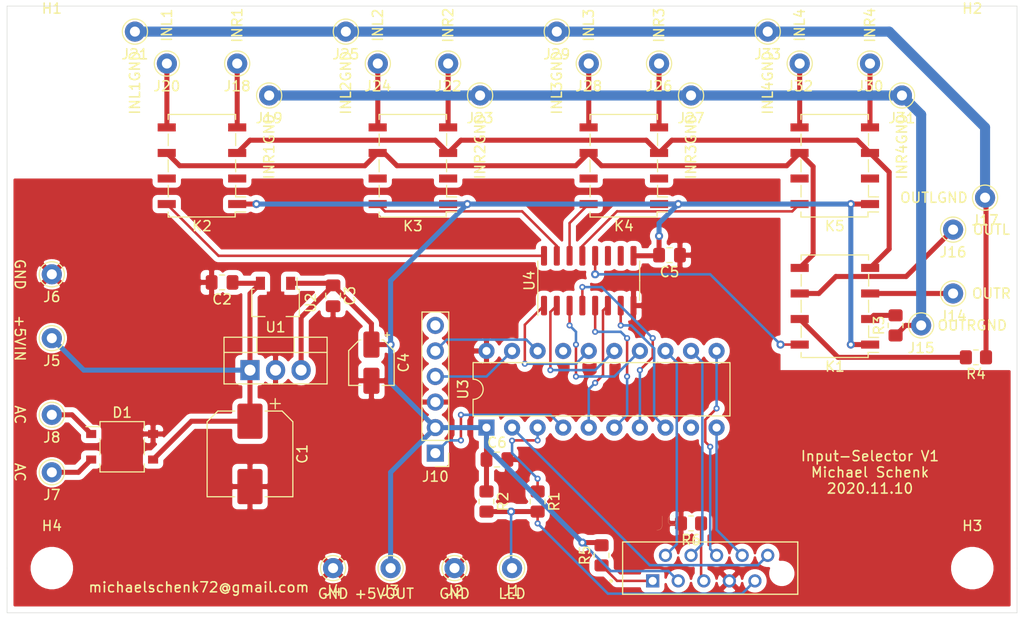
<source format=kicad_pcb>
(kicad_pcb (version 20171130) (host pcbnew "(5.1.7-0-10_14)")
  (layers (0 F.Cu signal) (31 B.Cu signal) (34 B.Paste user) (35 F.Paste user) (36 B.SilkS user) (37 F.SilkS user) (38 B.Mask user) (39 F.Mask user) (44 Edge.Cuts user))
  (net 0 "")
  (net 1 GND)
  (net 2 "Net-(C1-Pad1)")
  (net 3 +5V)
  (net 4 "Net-(D1-Pad2)")
  (net 5 "Net-(D1-Pad1)")
  (net 6 "Net-(J1-Pad1)")
  (net 7 "Net-(J9-Pad10)")
  (net 8 "Net-(J9-Pad8)")
  (net 9 "Net-(J9-Pad6)")
  (net 10 "Net-(J9-Pad5)")
  (net 11 "Net-(J9-Pad4)")
  (net 12 "Net-(J9-Pad2)")
  (net 13 "Net-(J9-Pad1)")
  (net 14 "Net-(J10-Pad5)")
  (net 15 "Net-(J10-Pad4)")
  (net 16 "Net-(J10-Pad1)")
  (net 17 "Net-(J14-Pad1)")
  (net 18 "Net-(J15-Pad1)")
  (net 19 "Net-(J16-Pad1)")
  (net 20 "Net-(J17-Pad1)")
  (net 21 "Net-(J18-Pad1)")
  (net 22 "Net-(J20-Pad1)")
  (net 23 "Net-(J22-Pad1)")
  (net 24 "Net-(J24-Pad1)")
  (net 25 "Net-(J26-Pad1)")
  (net 26 "Net-(J28-Pad1)")
  (net 27 "Net-(J30-Pad1)")
  (net 28 "Net-(J32-Pad1)")
  (net 29 "Net-(K1-Pad2)")
  (net 30 "Net-(K1-Pad4)")
  (net 31 "Net-(K1-Pad5)")
  (net 32 "Net-(K1-Pad7)")
  (net 33 "Net-(K1-Pad8)")
  (net 34 "Net-(K2-Pad8)")
  (net 35 "Net-(K3-Pad8)")
  (net 36 "Net-(K4-Pad8)")
  (net 37 "Net-(K5-Pad8)")
  (net 38 "Net-(R1-Pad1)")
  (net 39 "Net-(U3-Pad8)")
  (net 40 "Net-(U3-Pad7)")
  (net 41 "Net-(U3-Pad16)")
  (net 42 "Net-(U3-Pad6)")
  (net 43 "Net-(U3-Pad15)")
  (net 44 "Net-(U3-Pad5)")
  (net 45 "Net-(U3-Pad14)")
  (module Package_SO:SOIC-16_3.9x9.9mm_P1.27mm (layer F.Cu) (at 172.085 75.565 90)
    (fp_text reference U4 (at 0 -5.9 90) (layer F.SilkS))
    (fp_text value ULN2003A)
    (pad 16 smd roundrect (at 2.475 -4.445 90) (size 1.95 0.6) (layers F.Cu F.Paste F.Mask) (net 34 "Net-(K2-Pad8)"))
    (pad 15 smd roundrect (at 2.475 -3.175 90) (size 1.95 0.6) (layers F.Cu F.Paste F.Mask) (net 35 "Net-(K3-Pad8)"))
    (pad 14 smd roundrect (at 2.475 -1.905 90) (size 1.95 0.6) (layers F.Cu F.Paste F.Mask) (net 36 "Net-(K4-Pad8)"))
    (pad 13 smd roundrect (at 2.475 -0.635 90) (size 1.95 0.6) (layers F.Cu F.Paste F.Mask) (net 37 "Net-(K5-Pad8)"))
    (pad 12 smd roundrect (at 2.475 0.635 90) (size 1.95 0.6) (layers F.Cu F.Paste F.Mask) (net 33 "Net-(K1-Pad8)"))
    (pad 11 smd roundrect (at 2.475 1.905 90) (size 1.95 0.6) (layers F.Cu F.Paste F.Mask))
    (pad 10 smd roundrect (at 2.475 3.175 90) (size 1.95 0.6) (layers F.Cu F.Paste F.Mask))
    (pad 9 smd roundrect (at 2.475 4.445 90) (size 1.95 0.6) (layers F.Cu F.Paste F.Mask) (net 3 +5V))
    (pad 8 smd roundrect (at -2.475 4.445 90) (size 1.95 0.6) (layers F.Cu F.Paste F.Mask) (net 1 GND))
    (pad 7 smd roundrect (at -2.475 3.175 90) (size 1.95 0.6) (layers F.Cu F.Paste F.Mask) (net 39 "Net-(U3-Pad8)"))
    (pad 6 smd roundrect (at -2.475 1.905 90) (size 1.95 0.6) (layers F.Cu F.Paste F.Mask) (net 44 "Net-(U3-Pad5)"))
    (pad 5 smd roundrect (at -2.475 0.635 90) (size 1.95 0.6) (layers F.Cu F.Paste F.Mask) (net 42 "Net-(U3-Pad6)"))
    (pad 4 smd roundrect (at -2.475 -0.635 90) (size 1.95 0.6) (layers F.Cu F.Paste F.Mask) (net 40 "Net-(U3-Pad7)"))
    (pad 3 smd roundrect (at -2.475 -1.905 90) (size 1.95 0.6) (layers F.Cu F.Paste F.Mask) (net 45 "Net-(U3-Pad14)"))
    (pad 2 smd roundrect (at -2.475 -3.175 90) (size 1.95 0.6) (layers F.Cu F.Paste F.Mask) (net 43 "Net-(U3-Pad15)"))
    (pad 1 smd roundrect (at -2.475 -4.445 90) (size 1.95 0.6) (layers F.Cu F.Paste F.Mask) (net 41 "Net-(U3-Pad16)"))
  )
  (module Package_DIP:DIP-20_W7.62mm (layer F.Cu) (at 161.925 90.17 90)
    (fp_text reference U3 (at 3.81 -2.33 90) (layer F.SilkS))
    (fp_text value PIC16F1829-IP)
    (pad 20 thru_hole oval (at 7.62 0 90) (size 1.6 1.6) (drill 0.8) (layers *.Cu *.Mask) (net 1 GND))
    (pad 10 thru_hole oval (at 0 22.86 90) (size 1.6 1.6) (drill 0.8) (layers *.Cu *.Mask) (net 8 "Net-(J9-Pad8)"))
    (pad 19 thru_hole oval (at 7.62 2.54 90) (size 1.6 1.6) (drill 0.8) (layers *.Cu *.Mask) (net 15 "Net-(J10-Pad4)"))
    (pad 9 thru_hole oval (at 0 20.32 90) (size 1.6 1.6) (drill 0.8) (layers *.Cu *.Mask))
    (pad 18 thru_hole oval (at 7.62 5.08 90) (size 1.6 1.6) (drill 0.8) (layers *.Cu *.Mask) (net 14 "Net-(J10-Pad5)"))
    (pad 8 thru_hole oval (at 0 17.78 90) (size 1.6 1.6) (drill 0.8) (layers *.Cu *.Mask) (net 39 "Net-(U3-Pad8)"))
    (pad 17 thru_hole oval (at 7.62 7.62 90) (size 1.6 1.6) (drill 0.8) (layers *.Cu *.Mask))
    (pad 7 thru_hole oval (at 0 15.24 90) (size 1.6 1.6) (drill 0.8) (layers *.Cu *.Mask) (net 40 "Net-(U3-Pad7)"))
    (pad 16 thru_hole oval (at 7.62 10.16 90) (size 1.6 1.6) (drill 0.8) (layers *.Cu *.Mask) (net 41 "Net-(U3-Pad16)"))
    (pad 6 thru_hole oval (at 0 12.7 90) (size 1.6 1.6) (drill 0.8) (layers *.Cu *.Mask) (net 42 "Net-(U3-Pad6)"))
    (pad 15 thru_hole oval (at 7.62 12.7 90) (size 1.6 1.6) (drill 0.8) (layers *.Cu *.Mask) (net 43 "Net-(U3-Pad15)"))
    (pad 5 thru_hole oval (at 0 10.16 90) (size 1.6 1.6) (drill 0.8) (layers *.Cu *.Mask) (net 44 "Net-(U3-Pad5)"))
    (pad 14 thru_hole oval (at 7.62 15.24 90) (size 1.6 1.6) (drill 0.8) (layers *.Cu *.Mask) (net 45 "Net-(U3-Pad14)"))
    (pad 4 thru_hole oval (at 0 7.62 90) (size 1.6 1.6) (drill 0.8) (layers *.Cu *.Mask) (net 16 "Net-(J10-Pad1)"))
    (pad 13 thru_hole oval (at 7.62 17.78 90) (size 1.6 1.6) (drill 0.8) (layers *.Cu *.Mask) (net 12 "Net-(J9-Pad2)"))
    (pad 3 thru_hole oval (at 0 5.08 90) (size 1.6 1.6) (drill 0.8) (layers *.Cu *.Mask) (net 38 "Net-(R1-Pad1)"))
    (pad 12 thru_hole oval (at 7.62 20.32 90) (size 1.6 1.6) (drill 0.8) (layers *.Cu *.Mask) (net 11 "Net-(J9-Pad4)"))
    (pad 2 thru_hole oval (at 0 2.54 90) (size 1.6 1.6) (drill 0.8) (layers *.Cu *.Mask) (net 7 "Net-(J9-Pad10)"))
    (pad 11 thru_hole oval (at 7.62 22.86 90) (size 1.6 1.6) (drill 0.8) (layers *.Cu *.Mask) (net 9 "Net-(J9-Pad6)"))
    (pad 1 thru_hole rect (at 0 0 90) (size 1.6 1.6) (drill 0.8) (layers *.Cu *.Mask) (net 3 +5V))
  )
  (module Package_TO_SOT_SMD:SOT-89-3 (layer F.Cu) (at 140.97 77.47 270)
    (fp_text reference U2 (at 0.3 -3.5 90) (layer F.SilkS))
    (fp_text value L78L05_SOT89)
    (pad 2 smd custom (at -1.5625 0 270) (size 1.475 0.9) (layers F.Cu F.Paste F.Mask) (net 1 GND) (options (clearance outline) (anchor rect)) (primitives (gr_poly (pts (xy 0.7375 -0.8665) (xy 3.8625 -0.8665) (xy 3.8625 0.8665) (xy 0.7375 0.8665)) (width 0))))
    (pad 3 smd rect (at -1.65 1.5 270) (size 1.3 0.9) (layers F.Cu F.Paste F.Mask) (net 2 "Net-(C1-Pad1)"))
    (pad 1 smd rect (at -1.65 -1.5 270) (size 1.3 0.9) (layers F.Cu F.Paste F.Mask) (net 3 +5V))
  )
  (module Package_TO_SOT_THT:TO-220-3_Vertical (layer F.Cu) (at 138.43 84.455)
    (fp_text reference U1 (at 2.54 -4.27) (layer F.SilkS))
    (fp_text value L7805)
    (pad 3 thru_hole oval (at 5.08 0) (size 1.905 2) (drill 1.1) (layers *.Cu *.Mask) (net 3 +5V))
    (pad 2 thru_hole oval (at 2.54 0) (size 1.905 2) (drill 1.1) (layers *.Cu *.Mask) (net 1 GND))
    (pad 1 thru_hole rect (at 0 0) (size 1.905 2) (drill 1.1) (layers *.Cu *.Mask) (net 2 "Net-(C1-Pad1)"))
  )
  (module Resistor_SMD:R_0805_2012Metric_Pad1.20x1.40mm_HandSolder (layer F.Cu) (at 182.245 99.695 180)
    (fp_text reference R6 (at 0 -1.65) (layer F.SilkS))
    (fp_text value 4.7k)
    (pad 2 smd roundrect (at 1 0 180) (size 1.2 1.4) (layers F.Cu F.Paste F.Mask) (roundrect_rratio 0.2083325) (net 1 GND))
    (pad 1 smd roundrect (at -1 0 180) (size 1.2 1.4) (layers F.Cu F.Paste F.Mask) (roundrect_rratio 0.2083325) (net 10 "Net-(J9-Pad5)"))
  )
  (module Resistor_SMD:R_0805_2012Metric_Pad1.20x1.40mm_HandSolder (layer F.Cu) (at 173.355 102.87 90)
    (fp_text reference R5 (at 0 -1.65 90) (layer F.SilkS))
    (fp_text value 4.7k)
    (pad 2 smd roundrect (at 1 0 90) (size 1.2 1.4) (layers F.Cu F.Paste F.Mask) (roundrect_rratio 0.2083325) (net 3 +5V))
    (pad 1 smd roundrect (at -1 0 90) (size 1.2 1.4) (layers F.Cu F.Paste F.Mask) (roundrect_rratio 0.2083325) (net 13 "Net-(J9-Pad1)"))
  )
  (module Resistor_SMD:R_0805_2012Metric_Pad1.20x1.40mm_HandSolder (layer F.Cu) (at 210.55 83.185 180)
    (fp_text reference R4 (at 0 -1.65) (layer F.SilkS))
    (fp_text value 47k)
    (pad 2 smd roundrect (at 1 0 180) (size 1.2 1.4) (layers F.Cu F.Paste F.Mask) (roundrect_rratio 0.2083325) (net 32 "Net-(K1-Pad7)"))
    (pad 1 smd roundrect (at -1 0 180) (size 1.2 1.4) (layers F.Cu F.Paste F.Mask) (roundrect_rratio 0.2083325) (net 20 "Net-(J17-Pad1)"))
  )
  (module Resistor_SMD:R_0805_2012Metric_Pad1.20x1.40mm_HandSolder (layer F.Cu) (at 202.565 80.01 90)
    (fp_text reference R3 (at 0 -1.65 90) (layer F.SilkS))
    (fp_text value 47k)
    (pad 2 smd roundrect (at 1 0 90) (size 1.2 1.4) (layers F.Cu F.Paste F.Mask) (roundrect_rratio 0.2083325) (net 29 "Net-(K1-Pad2)"))
    (pad 1 smd roundrect (at -1 0 90) (size 1.2 1.4) (layers F.Cu F.Paste F.Mask) (roundrect_rratio 0.2083325) (net 18 "Net-(J15-Pad1)"))
  )
  (module Resistor_SMD:R_0805_2012Metric_Pad1.20x1.40mm_HandSolder (layer F.Cu) (at 161.925 97.52 270)
    (fp_text reference R2 (at 0 -1.65 90) (layer F.SilkS))
    (fp_text value 330R)
    (pad 2 smd roundrect (at 1 0 270) (size 1.2 1.4) (layers F.Cu F.Paste F.Mask) (roundrect_rratio 0.2083325) (net 6 "Net-(J1-Pad1)"))
    (pad 1 smd roundrect (at -1 0 270) (size 1.2 1.4) (layers F.Cu F.Paste F.Mask) (roundrect_rratio 0.2083325) (net 3 +5V))
  )
  (module Resistor_SMD:R_0805_2012Metric_Pad1.20x1.40mm_HandSolder (layer F.Cu) (at 167.005 97.52 270)
    (fp_text reference R1 (at 0 -1.65 90) (layer F.SilkS))
    (fp_text value 330R)
    (pad 2 smd roundrect (at 1 0 270) (size 1.2 1.4) (layers F.Cu F.Paste F.Mask) (roundrect_rratio 0.2083325) (net 6 "Net-(J1-Pad1)"))
    (pad 1 smd roundrect (at -1 0 270) (size 1.2 1.4) (layers F.Cu F.Paste F.Mask) (roundrect_rratio 0.2083325) (net 38 "Net-(R1-Pad1)"))
  )
  (module Relay_SMD:Relay_DPDT_Omron_G6K-2F (layer F.Cu) (at 196.525 64.135 180)
    (fp_text reference K5 (at 0 -6) (layer F.SilkS))
    (fp_text value G6K-2)
    (pad 1 smd rect (at -3.5 -3.81 180) (size 1.8 0.8) (layers F.Cu F.Paste F.Mask) (net 3 +5V))
    (pad 2 smd rect (at -3.5 -1.27 180) (size 1.8 0.8) (layers F.Cu F.Paste F.Mask))
    (pad 3 smd rect (at -3.5 1.27 180) (size 1.8 0.8) (layers F.Cu F.Paste F.Mask) (net 30 "Net-(K1-Pad4)"))
    (pad 4 smd rect (at -3.5 3.81 180) (size 1.8 0.8) (layers F.Cu F.Paste F.Mask) (net 27 "Net-(J30-Pad1)"))
    (pad 5 smd rect (at 3.5 3.81 180) (size 1.8 0.8) (layers F.Cu F.Paste F.Mask) (net 28 "Net-(J32-Pad1)"))
    (pad 6 smd rect (at 3.5 1.27 180) (size 1.8 0.8) (layers F.Cu F.Paste F.Mask) (net 31 "Net-(K1-Pad5)"))
    (pad 7 smd rect (at 3.5 -1.27 180) (size 1.8 0.8) (layers F.Cu F.Paste F.Mask))
    (pad 8 smd rect (at 3.5 -3.81 180) (size 1.8 0.8) (layers F.Cu F.Paste F.Mask) (net 37 "Net-(K5-Pad8)"))
  )
  (module Relay_SMD:Relay_DPDT_Omron_G6K-2F (layer F.Cu) (at 175.57 64.135 180)
    (fp_text reference K4 (at 0 -6) (layer F.SilkS))
    (fp_text value G6K-2)
    (pad 1 smd rect (at -3.5 -3.81 180) (size 1.8 0.8) (layers F.Cu F.Paste F.Mask) (net 3 +5V))
    (pad 2 smd rect (at -3.5 -1.27 180) (size 1.8 0.8) (layers F.Cu F.Paste F.Mask))
    (pad 3 smd rect (at -3.5 1.27 180) (size 1.8 0.8) (layers F.Cu F.Paste F.Mask) (net 30 "Net-(K1-Pad4)"))
    (pad 4 smd rect (at -3.5 3.81 180) (size 1.8 0.8) (layers F.Cu F.Paste F.Mask) (net 25 "Net-(J26-Pad1)"))
    (pad 5 smd rect (at 3.5 3.81 180) (size 1.8 0.8) (layers F.Cu F.Paste F.Mask) (net 26 "Net-(J28-Pad1)"))
    (pad 6 smd rect (at 3.5 1.27 180) (size 1.8 0.8) (layers F.Cu F.Paste F.Mask) (net 31 "Net-(K1-Pad5)"))
    (pad 7 smd rect (at 3.5 -1.27 180) (size 1.8 0.8) (layers F.Cu F.Paste F.Mask))
    (pad 8 smd rect (at 3.5 -3.81 180) (size 1.8 0.8) (layers F.Cu F.Paste F.Mask) (net 36 "Net-(K4-Pad8)"))
  )
  (module Relay_SMD:Relay_DPDT_Omron_G6K-2F (layer F.Cu) (at 154.615 64.135 180)
    (fp_text reference K3 (at 0 -6) (layer F.SilkS))
    (fp_text value G6K-2)
    (pad 1 smd rect (at -3.5 -3.81 180) (size 1.8 0.8) (layers F.Cu F.Paste F.Mask) (net 3 +5V))
    (pad 2 smd rect (at -3.5 -1.27 180) (size 1.8 0.8) (layers F.Cu F.Paste F.Mask))
    (pad 3 smd rect (at -3.5 1.27 180) (size 1.8 0.8) (layers F.Cu F.Paste F.Mask) (net 30 "Net-(K1-Pad4)"))
    (pad 4 smd rect (at -3.5 3.81 180) (size 1.8 0.8) (layers F.Cu F.Paste F.Mask) (net 23 "Net-(J22-Pad1)"))
    (pad 5 smd rect (at 3.5 3.81 180) (size 1.8 0.8) (layers F.Cu F.Paste F.Mask) (net 24 "Net-(J24-Pad1)"))
    (pad 6 smd rect (at 3.5 1.27 180) (size 1.8 0.8) (layers F.Cu F.Paste F.Mask) (net 31 "Net-(K1-Pad5)"))
    (pad 7 smd rect (at 3.5 -1.27 180) (size 1.8 0.8) (layers F.Cu F.Paste F.Mask))
    (pad 8 smd rect (at 3.5 -3.81 180) (size 1.8 0.8) (layers F.Cu F.Paste F.Mask) (net 35 "Net-(K3-Pad8)"))
  )
  (module Relay_SMD:Relay_DPDT_Omron_G6K-2F (layer F.Cu) (at 133.66 64.135 180)
    (fp_text reference K2 (at 0 -6) (layer F.SilkS))
    (fp_text value G6K-2)
    (pad 1 smd rect (at -3.5 -3.81 180) (size 1.8 0.8) (layers F.Cu F.Paste F.Mask) (net 3 +5V))
    (pad 2 smd rect (at -3.5 -1.27 180) (size 1.8 0.8) (layers F.Cu F.Paste F.Mask))
    (pad 3 smd rect (at -3.5 1.27 180) (size 1.8 0.8) (layers F.Cu F.Paste F.Mask) (net 30 "Net-(K1-Pad4)"))
    (pad 4 smd rect (at -3.5 3.81 180) (size 1.8 0.8) (layers F.Cu F.Paste F.Mask) (net 21 "Net-(J18-Pad1)"))
    (pad 5 smd rect (at 3.5 3.81 180) (size 1.8 0.8) (layers F.Cu F.Paste F.Mask) (net 22 "Net-(J20-Pad1)"))
    (pad 6 smd rect (at 3.5 1.27 180) (size 1.8 0.8) (layers F.Cu F.Paste F.Mask) (net 31 "Net-(K1-Pad5)"))
    (pad 7 smd rect (at 3.5 -1.27 180) (size 1.8 0.8) (layers F.Cu F.Paste F.Mask))
    (pad 8 smd rect (at 3.5 -3.81 180) (size 1.8 0.8) (layers F.Cu F.Paste F.Mask) (net 34 "Net-(K2-Pad8)"))
  )
  (module Relay_SMD:Relay_DPDT_Omron_G6K-2F (layer F.Cu) (at 196.54 78.105 180)
    (fp_text reference K1 (at 0 -6) (layer F.SilkS))
    (fp_text value G6K-2)
    (pad 1 smd rect (at -3.5 -3.81 180) (size 1.8 0.8) (layers F.Cu F.Paste F.Mask) (net 3 +5V))
    (pad 2 smd rect (at -3.5 -1.27 180) (size 1.8 0.8) (layers F.Cu F.Paste F.Mask) (net 29 "Net-(K1-Pad2)"))
    (pad 3 smd rect (at -3.5 1.27 180) (size 1.8 0.8) (layers F.Cu F.Paste F.Mask) (net 17 "Net-(J14-Pad1)"))
    (pad 4 smd rect (at -3.5 3.81 180) (size 1.8 0.8) (layers F.Cu F.Paste F.Mask) (net 30 "Net-(K1-Pad4)"))
    (pad 5 smd rect (at 3.5 3.81 180) (size 1.8 0.8) (layers F.Cu F.Paste F.Mask) (net 31 "Net-(K1-Pad5)"))
    (pad 6 smd rect (at 3.5 1.27 180) (size 1.8 0.8) (layers F.Cu F.Paste F.Mask) (net 19 "Net-(J16-Pad1)"))
    (pad 7 smd rect (at 3.5 -1.27 180) (size 1.8 0.8) (layers F.Cu F.Paste F.Mask) (net 32 "Net-(K1-Pad7)"))
    (pad 8 smd rect (at 3.5 -3.81 180) (size 1.8 0.8) (layers F.Cu F.Paste F.Mask) (net 33 "Net-(K1-Pad8)"))
  )
  (module Connector_Pin:Pin_D1.0mm_L10.0mm (layer F.Cu) (at 189.865 50.8)
    (fp_text reference J33 (at 0 2.25) (layer F.SilkS))
    (fp_text value IN_GNDL4)
    (pad 1 thru_hole circle (at 0 0) (size 2 2) (drill 1) (layers *.Cu *.Mask) (net 20 "Net-(J17-Pad1)"))
  )
  (module Connector_Pin:Pin_D1.0mm_L10.0mm (layer F.Cu) (at 193.04 53.975)
    (fp_text reference J32 (at 0 2.25) (layer F.SilkS))
    (fp_text value IN_L4)
    (pad 1 thru_hole circle (at 0 0) (size 2 2) (drill 1) (layers *.Cu *.Mask) (net 28 "Net-(J32-Pad1)"))
  )
  (module Connector_Pin:Pin_D1.0mm_L10.0mm (layer F.Cu) (at 203.2 57.15)
    (fp_text reference J31 (at 0 2.25) (layer F.SilkS))
    (fp_text value IN_GNDR4)
    (pad 1 thru_hole circle (at 0 0) (size 2 2) (drill 1) (layers *.Cu *.Mask) (net 18 "Net-(J15-Pad1)"))
  )
  (module Connector_Pin:Pin_D1.0mm_L10.0mm (layer F.Cu) (at 200.025 53.975)
    (fp_text reference J30 (at 0 2.25) (layer F.SilkS))
    (fp_text value IN_R4)
    (pad 1 thru_hole circle (at 0 0) (size 2 2) (drill 1) (layers *.Cu *.Mask) (net 27 "Net-(J30-Pad1)"))
  )
  (module Connector_Pin:Pin_D1.0mm_L10.0mm (layer F.Cu) (at 168.91 50.8)
    (fp_text reference J29 (at 0 2.25) (layer F.SilkS))
    (fp_text value IN_GNDL3)
    (pad 1 thru_hole circle (at 0 0) (size 2 2) (drill 1) (layers *.Cu *.Mask) (net 20 "Net-(J17-Pad1)"))
  )
  (module Connector_Pin:Pin_D1.0mm_L10.0mm (layer F.Cu) (at 172.085 53.975)
    (fp_text reference J28 (at 0 2.25) (layer F.SilkS))
    (fp_text value IN_L3)
    (pad 1 thru_hole circle (at 0 0) (size 2 2) (drill 1) (layers *.Cu *.Mask) (net 26 "Net-(J28-Pad1)"))
  )
  (module Connector_Pin:Pin_D1.0mm_L10.0mm (layer F.Cu) (at 182.245 57.15)
    (fp_text reference J27 (at 0 2.25) (layer F.SilkS))
    (fp_text value IN_GNDR3)
    (pad 1 thru_hole circle (at 0 0) (size 2 2) (drill 1) (layers *.Cu *.Mask) (net 18 "Net-(J15-Pad1)"))
  )
  (module Connector_Pin:Pin_D1.0mm_L10.0mm (layer F.Cu) (at 179.07 53.975)
    (fp_text reference J26 (at 0 2.25) (layer F.SilkS))
    (fp_text value IN_R3)
    (pad 1 thru_hole circle (at 0 0) (size 2 2) (drill 1) (layers *.Cu *.Mask) (net 25 "Net-(J26-Pad1)"))
  )
  (module Connector_Pin:Pin_D1.0mm_L10.0mm (layer F.Cu) (at 147.955 50.8)
    (fp_text reference J25 (at 0 2.25) (layer F.SilkS))
    (fp_text value IN_GNDL2)
    (pad 1 thru_hole circle (at 0 0) (size 2 2) (drill 1) (layers *.Cu *.Mask) (net 20 "Net-(J17-Pad1)"))
  )
  (module Connector_Pin:Pin_D1.0mm_L10.0mm (layer F.Cu) (at 151.13 53.975)
    (fp_text reference J24 (at 0 2.25) (layer F.SilkS))
    (fp_text value IN_L2)
    (pad 1 thru_hole circle (at 0 0) (size 2 2) (drill 1) (layers *.Cu *.Mask) (net 24 "Net-(J24-Pad1)"))
  )
  (module Connector_Pin:Pin_D1.0mm_L10.0mm (layer F.Cu) (at 161.29 57.15)
    (fp_text reference J23 (at 0 2.25) (layer F.SilkS))
    (fp_text value IN_GNDR2)
    (pad 1 thru_hole circle (at 0 0) (size 2 2) (drill 1) (layers *.Cu *.Mask) (net 18 "Net-(J15-Pad1)"))
  )
  (module Connector_Pin:Pin_D1.0mm_L10.0mm (layer F.Cu) (at 158.115 53.975)
    (fp_text reference J22 (at 0 2.25) (layer F.SilkS))
    (fp_text value IN_R2)
    (pad 1 thru_hole circle (at 0 0) (size 2 2) (drill 1) (layers *.Cu *.Mask) (net 23 "Net-(J22-Pad1)"))
  )
  (module Connector_Pin:Pin_D1.0mm_L10.0mm (layer F.Cu) (at 127 50.8)
    (fp_text reference J21 (at 0 2.25) (layer F.SilkS))
    (fp_text value IN_GNDL1)
    (pad 1 thru_hole circle (at 0 0) (size 2 2) (drill 1) (layers *.Cu *.Mask) (net 20 "Net-(J17-Pad1)"))
  )
  (module Connector_Pin:Pin_D1.0mm_L10.0mm (layer F.Cu) (at 130.175 53.975)
    (fp_text reference J20 (at 0 2.25) (layer F.SilkS))
    (fp_text value IN_L1)
    (pad 1 thru_hole circle (at 0 0) (size 2 2) (drill 1) (layers *.Cu *.Mask) (net 22 "Net-(J20-Pad1)"))
  )
  (module Connector_Pin:Pin_D1.0mm_L10.0mm (layer F.Cu) (at 140.335 57.15)
    (fp_text reference J19 (at 0 2.25) (layer F.SilkS))
    (fp_text value IN_GNDR1)
    (pad 1 thru_hole circle (at 0 0) (size 2 2) (drill 1) (layers *.Cu *.Mask) (net 18 "Net-(J15-Pad1)"))
  )
  (module Connector_Pin:Pin_D1.0mm_L10.0mm (layer F.Cu) (at 137.16 53.975)
    (fp_text reference J18 (at 0 2.25) (layer F.SilkS))
    (fp_text value IN_R1)
    (pad 1 thru_hole circle (at 0 0) (size 2 2) (drill 1) (layers *.Cu *.Mask) (net 21 "Net-(J18-Pad1)"))
  )
  (module Connector_Pin:Pin_D1.0mm_L10.0mm (layer F.Cu) (at 211.455 67.31)
    (fp_text reference J17 (at 0 2.25) (layer F.SilkS))
    (fp_text value OUT_GNDL)
    (pad 1 thru_hole circle (at 0 0) (size 2 2) (drill 1) (layers *.Cu *.Mask) (net 20 "Net-(J17-Pad1)"))
  )
  (module Connector_Pin:Pin_D1.0mm_L10.0mm (layer F.Cu) (at 208.28 70.485)
    (fp_text reference J16 (at 0 2.25) (layer F.SilkS))
    (fp_text value OUT_L)
    (pad 1 thru_hole circle (at 0 0) (size 2 2) (drill 1) (layers *.Cu *.Mask) (net 19 "Net-(J16-Pad1)"))
  )
  (module Connector_Pin:Pin_D1.0mm_L10.0mm (layer F.Cu) (at 205.105 80.01)
    (fp_text reference J15 (at 0 2.25) (layer F.SilkS))
    (fp_text value OUT_GNDR)
    (pad 1 thru_hole circle (at 0 0) (size 2 2) (drill 1) (layers *.Cu *.Mask) (net 18 "Net-(J15-Pad1)"))
  )
  (module Connector_Pin:Pin_D1.0mm_L10.0mm (layer F.Cu) (at 208.28 76.835)
    (fp_text reference J14 (at 0 2.25) (layer F.SilkS))
    (fp_text value OUT_R)
    (pad 1 thru_hole circle (at 0 0) (size 2 2) (drill 1) (layers *.Cu *.Mask) (net 17 "Net-(J14-Pad1)"))
  )
  (module Connector_PinHeader_2.54mm:PinHeader_1x06_P2.54mm_Vertical (layer F.Cu) (at 156.845 92.71 180)
    (fp_text reference J10 (at 0 -2.33) (layer F.SilkS))
    (fp_text value Conn_01x06_Male)
    (pad 6 thru_hole oval (at 0 12.7 180) (size 1.7 1.7) (drill 1) (layers *.Cu *.Mask))
    (pad 5 thru_hole oval (at 0 10.16 180) (size 1.7 1.7) (drill 1) (layers *.Cu *.Mask) (net 14 "Net-(J10-Pad5)"))
    (pad 4 thru_hole oval (at 0 7.62 180) (size 1.7 1.7) (drill 1) (layers *.Cu *.Mask) (net 15 "Net-(J10-Pad4)"))
    (pad 3 thru_hole oval (at 0 5.08 180) (size 1.7 1.7) (drill 1) (layers *.Cu *.Mask) (net 1 GND))
    (pad 2 thru_hole oval (at 0 2.54 180) (size 1.7 1.7) (drill 1) (layers *.Cu *.Mask) (net 3 +5V))
    (pad 1 thru_hole rect (at 0 0 180) (size 1.7 1.7) (drill 1) (layers *.Cu *.Mask) (net 16 "Net-(J10-Pad1)"))
  )
  (module TE-Con:TE_1-338068-0 (layer F.Cu) (at 178.435 105.41)
    (fp_text reference J9 (at 1.40487 -5.69557) (layer F.SilkS) (effects (font (size 1.40137 1.40137) (thickness 0.015))))
    (fp_text value 1-338068-0)
    (pad None np_thru_hole circle (at 12.83 -0.74) (size 1.5 1.5) (drill 1.5) (layers *.Cu *.Mask))
    (pad 10 thru_hole circle (at 11.43 -2.54) (size 1.308 1.308) (drill 0.8) (layers *.Cu *.Mask) (net 7 "Net-(J9-Pad10)"))
    (pad 9 thru_hole circle (at 10.16 0) (size 1.308 1.308) (drill 0.8) (layers *.Cu *.Mask) (net 6 "Net-(J1-Pad1)"))
    (pad 8 thru_hole circle (at 8.89 -2.54) (size 1.308 1.308) (drill 0.8) (layers *.Cu *.Mask) (net 8 "Net-(J9-Pad8)"))
    (pad 7 thru_hole circle (at 7.62 0) (size 1.308 1.308) (drill 0.8) (layers *.Cu *.Mask) (net 1 GND))
    (pad 6 thru_hole circle (at 6.35 -2.54) (size 1.308 1.308) (drill 0.8) (layers *.Cu *.Mask) (net 9 "Net-(J9-Pad6)"))
    (pad 5 thru_hole circle (at 5.08 0) (size 1.308 1.308) (drill 0.8) (layers *.Cu *.Mask) (net 10 "Net-(J9-Pad5)"))
    (pad 4 thru_hole circle (at 3.81 -2.54) (size 1.308 1.308) (drill 0.8) (layers *.Cu *.Mask) (net 11 "Net-(J9-Pad4)"))
    (pad 3 thru_hole circle (at 2.54 0) (size 1.308 1.308) (drill 0.8) (layers *.Cu *.Mask) (net 3 +5V))
    (pad 2 thru_hole circle (at 1.27 -2.54) (size 1.308 1.308) (drill 0.8) (layers *.Cu *.Mask) (net 12 "Net-(J9-Pad2)"))
    (pad 1 thru_hole rect (at 0 0) (size 1.308 1.308) (drill 0.8) (layers *.Cu *.Mask) (net 13 "Net-(J9-Pad1)"))
  )
  (module Connector_Pin:Pin_D1.0mm_L10.0mm (layer F.Cu) (at 118.745 88.9)
    (fp_text reference J8 (at 0 2.25) (layer F.SilkS))
    (fp_text value AC)
    (pad 1 thru_hole circle (at 0 0) (size 2 2) (drill 1) (layers *.Cu *.Mask) (net 5 "Net-(D1-Pad1)"))
  )
  (module Connector_Pin:Pin_D1.0mm_L10.0mm (layer F.Cu) (at 118.745 94.615)
    (fp_text reference J7 (at 0 2.25) (layer F.SilkS))
    (fp_text value AC)
    (pad 1 thru_hole circle (at 0 0) (size 2 2) (drill 1) (layers *.Cu *.Mask) (net 4 "Net-(D1-Pad2)"))
  )
  (module Connector_Pin:Pin_D1.0mm_L10.0mm (layer F.Cu) (at 118.745 74.93)
    (fp_text reference J6 (at 0 2.25) (layer F.SilkS))
    (fp_text value GND)
    (pad 1 thru_hole circle (at 0 0) (size 2 2) (drill 1) (layers *.Cu *.Mask) (net 1 GND))
  )
  (module Connector_Pin:Pin_D1.0mm_L10.0mm (layer F.Cu) (at 118.745 81.28)
    (fp_text reference J5 (at 0 2.25) (layer F.SilkS))
    (fp_text value +5VIN)
    (pad 1 thru_hole circle (at 0 0) (size 2 2) (drill 1) (layers *.Cu *.Mask) (net 2 "Net-(C1-Pad1)"))
  )
  (module Connector_Pin:Pin_D1.0mm_L10.0mm (layer F.Cu) (at 146.685 104.14)
    (fp_text reference J4 (at 0 2.25) (layer F.SilkS))
    (fp_text value GND)
    (pad 1 thru_hole circle (at 0 0) (size 2 2) (drill 1) (layers *.Cu *.Mask) (net 1 GND))
  )
  (module Connector_Pin:Pin_D1.0mm_L10.0mm (layer F.Cu) (at 152.4 104.14)
    (fp_text reference J3 (at 0 2.25) (layer F.SilkS))
    (fp_text value +5VOUT)
    (pad 1 thru_hole circle (at 0 0) (size 2 2) (drill 1) (layers *.Cu *.Mask) (net 3 +5V))
  )
  (module Connector_Pin:Pin_D1.0mm_L10.0mm (layer F.Cu) (at 158.75 104.14)
    (fp_text reference J2 (at 0 2.25) (layer F.SilkS))
    (fp_text value GND)
    (pad 1 thru_hole circle (at 0 0) (size 2 2) (drill 1) (layers *.Cu *.Mask) (net 1 GND))
  )
  (module Connector_Pin:Pin_D1.0mm_L10.0mm (layer F.Cu) (at 164.465 104.14)
    (fp_text reference J1 (at 0 2.25) (layer F.SilkS))
    (fp_text value LED)
    (pad 1 thru_hole circle (at 0 0) (size 2 2) (drill 1) (layers *.Cu *.Mask) (net 6 "Net-(J1-Pad1)"))
  )
  (module MountingHole:MountingHole_3.2mm_M3 (layer F.Cu) (at 118.745 104.14)
    (fp_text reference H4 (at 0 -4.2) (layer F.SilkS))
    (fp_text value MountingHole)
    (pad 1 np_thru_hole circle (at 0 0) (size 3.2 3.2) (drill 3.2) (layers *.Cu *.Mask))
  )
  (module MountingHole:MountingHole_3.2mm_M3 (layer F.Cu) (at 210.185 104.14)
    (fp_text reference H3 (at 0 -4.2) (layer F.SilkS))
    (fp_text value MountingHole)
    (pad 1 np_thru_hole circle (at 0 0) (size 3.2 3.2) (drill 3.2) (layers *.Cu *.Mask))
  )
  (module MountingHole:MountingHole_3.2mm_M3 (layer F.Cu) (at 210.185 52.705)
    (fp_text reference H2 (at 0 -4.2) (layer F.SilkS))
    (fp_text value MountingHole)
    (pad 1 np_thru_hole circle (at 0 0) (size 3.2 3.2) (drill 3.2) (layers *.Cu *.Mask))
  )
  (module MountingHole:MountingHole_3.2mm_M3 (layer F.Cu) (at 118.745 52.705)
    (fp_text reference H1 (at 0 -4.2) (layer F.SilkS))
    (fp_text value MountingHole)
    (pad 1 np_thru_hole circle (at 0 0) (size 3.2 3.2) (drill 3.2) (layers *.Cu *.Mask))
  )
  (module Package_TO_SOT_SMD:TO-269AA (layer F.Cu) (at 125.73 92.075)
    (fp_text reference D1 (at 0 -3.4) (layer F.SilkS))
    (fp_text value MB4S)
    (pad 4 smd rect (at 3.075 -1.27) (size 1 0.8) (layers F.Cu F.Paste F.Mask) (net 1 GND))
    (pad 3 smd rect (at 3.075 1.27) (size 1 0.8) (layers F.Cu F.Paste F.Mask) (net 2 "Net-(C1-Pad1)"))
    (pad 2 smd rect (at -3.075 1.27) (size 1 0.8) (layers F.Cu F.Paste F.Mask) (net 4 "Net-(D1-Pad2)"))
    (pad 1 smd rect (at -3.075 -1.27) (size 1 0.8) (layers F.Cu F.Paste F.Mask) (net 5 "Net-(D1-Pad1)"))
  )
  (module Capacitor_SMD:C_0805_2012Metric_Pad1.18x1.45mm_HandSolder (layer F.Cu) (at 162.9625 93.345)
    (fp_text reference C6 (at 0 -1.68) (layer F.SilkS))
    (fp_text value 100nF)
    (pad 2 smd roundrect (at 1.0375 0) (size 1.175 1.45) (layers F.Cu F.Paste F.Mask) (roundrect_rratio 0.2127659574468085) (net 1 GND))
    (pad 1 smd roundrect (at -1.0375 0) (size 1.175 1.45) (layers F.Cu F.Paste F.Mask) (roundrect_rratio 0.2127659574468085) (net 3 +5V))
  )
  (module Capacitor_SMD:C_0805_2012Metric_Pad1.18x1.45mm_HandSolder (layer F.Cu) (at 180.1075 73.025 180)
    (fp_text reference C5 (at 0 -1.68) (layer F.SilkS))
    (fp_text value 100nF)
    (pad 2 smd roundrect (at 1.0375 0 180) (size 1.175 1.45) (layers F.Cu F.Paste F.Mask) (roundrect_rratio 0.2127659574468085) (net 3 +5V))
    (pad 1 smd roundrect (at -1.0375 0 180) (size 1.175 1.45) (layers F.Cu F.Paste F.Mask) (roundrect_rratio 0.2127659574468085) (net 1 GND))
  )
  (module Capacitor_SMD:CP_Elec_4x4.5 (layer F.Cu) (at 150.495 83.715 270)
    (fp_text reference C4 (at 0 -3.2 90) (layer F.SilkS))
    (fp_text value 4.7uF)
    (pad 2 smd roundrect (at 1.8 0 270) (size 2.6 1.6) (layers F.Cu F.Paste F.Mask) (roundrect_rratio 0.15625) (net 1 GND))
    (pad 1 smd roundrect (at -1.8 0 270) (size 2.6 1.6) (layers F.Cu F.Paste F.Mask) (roundrect_rratio 0.15625) (net 3 +5V))
  )
  (module Capacitor_SMD:C_0805_2012Metric_Pad1.18x1.45mm_HandSolder (layer F.Cu) (at 146.685 77.0675 270)
    (fp_text reference C3 (at 0 -1.68 90) (layer F.SilkS))
    (fp_text value 100nF)
    (pad 2 smd roundrect (at 1.0375 0 270) (size 1.175 1.45) (layers F.Cu F.Paste F.Mask) (roundrect_rratio 0.2127659574468085) (net 1 GND))
    (pad 1 smd roundrect (at -1.0375 0 270) (size 1.175 1.45) (layers F.Cu F.Paste F.Mask) (roundrect_rratio 0.2127659574468085) (net 3 +5V))
  )
  (module Capacitor_SMD:C_0805_2012Metric_Pad1.18x1.45mm_HandSolder (layer F.Cu) (at 135.6575 75.735 180)
    (fp_text reference C2 (at 0 -1.68) (layer F.SilkS))
    (fp_text value 330nF)
    (pad 2 smd roundrect (at 1.0375 0 180) (size 1.175 1.45) (layers F.Cu F.Paste F.Mask) (roundrect_rratio 0.2127659574468085) (net 1 GND))
    (pad 1 smd roundrect (at -1.0375 0 180) (size 1.175 1.45) (layers F.Cu F.Paste F.Mask) (roundrect_rratio 0.2127659574468085) (net 2 "Net-(C1-Pad1)"))
  )
  (module Capacitor_SMD:CP_Elec_8x10 (layer F.Cu) (at 138.43 92.785 270)
    (fp_text reference C1 (at 0 -5.2 90) (layer F.SilkS))
    (fp_text value 100uF)
    (pad 2 smd roundrect (at 3.25 0 270) (size 3.5 2.5) (layers F.Cu F.Paste F.Mask) (roundrect_rratio 0.1) (net 1 GND))
    (pad 1 smd roundrect (at -3.25 0 270) (size 3.5 2.5) (layers F.Cu F.Paste F.Mask) (roundrect_rratio 0.1) (net 2 "Net-(C1-Pad1)"))
  )
  (gr_text "Input-Selector V1\nMichael Schenk\n2020.11.10" (at 200.025 94.615) (layer F.SilkS) (effects (font (size 1 1))))
  (gr_text OUTRGND (at 210.185 80.01) (layer F.SilkS) (effects (font (size 1 1))))
  (gr_text OUTLGND (at 206.375 67.31) (layer F.SilkS) (effects (font (size 1 1))))
  (gr_text INL4 (at 193.04 50.165 90) (layer F.SilkS) (effects (font (size 1 1))))
  (gr_text INL4GND (at 189.865 55.88 90) (layer F.SilkS) (effects (font (size 1 1))))
  (gr_text INR4 (at 200.025 50.165 90) (layer F.SilkS) (effects (font (size 1 1))))
  (gr_text INR4GND (at 203.2 62.23 90) (layer F.SilkS) (effects (font (size 1 1))))
  (gr_text INR3 (at 179.07 50.165 90) (layer F.SilkS) (effects (font (size 1 1))))
  (gr_text INL3 (at 172.085 50.165 90) (layer F.SilkS) (effects (font (size 1 1))))
  (gr_text INL3GND (at 168.91 55.88 90) (layer F.SilkS) (effects (font (size 1 1))))
  (gr_text INR3GND (at 182.245 62.23 90) (layer F.SilkS) (effects (font (size 1 1))))
  (gr_text INL2GND (at 147.955 55.88 90) (layer F.SilkS) (effects (font (size 1 1))))
  (gr_text INL2 (at 151.13 50.165 90) (layer F.SilkS) (effects (font (size 1 1))))
  (gr_text INR2 (at 158.115 50.165 90) (layer F.SilkS) (effects (font (size 1 1))))
  (gr_text INR2GND (at 161.29 62.23 90) (layer F.SilkS) (effects (font (size 1 1))))
  (gr_text INR1 (at 137.16 50.165 90) (layer F.SilkS) (effects (font (size 1 1))))
  (gr_text INL1 (at 130.175 50.165 90) (layer F.SilkS) (effects (font (size 1 1))))
  (gr_text INR1GND (at 140.335 62.23 90) (layer F.SilkS) (effects (font (size 1 1))))
  (gr_text INL1GND (at 127 55.88 90) (layer F.SilkS) (effects (font (size 1 1))))
  (gr_text GND (at 158.75 106.68) (layer F.SilkS) (effects (font (size 1 1))))
  (gr_text GND (at 146.685 106.68) (layer F.SilkS) (effects (font (size 1 1))))
  (gr_text LED (at 164.465 106.68) (layer F.SilkS) (effects (font (size 1 1))))
  (gr_text +5VOUT (at 151.765 106.68) (layer F.SilkS) (effects (font (size 1 1))))
  (gr_text michaelschenk72@gmail.com (at 133.35 106.045) (layer F.SilkS) (effects (font (size 1 1))))
  (gr_text GND (at 115.57 74.93 270) (layer F.SilkS) (effects (font (size 1 1))))
  (gr_text +5VIN (at 115.57 81.28 270) (layer F.SilkS) (effects (font (size 1 1))))
  (gr_text AC (at 115.57 94.615 270) (layer F.SilkS) (effects (font (size 1 1))))
  (gr_text AC (at 115.57 88.9 270) (layer F.SilkS) (effects (font (size 1 1))))
  (gr_text OUTL (at 212.09 70.485) (layer F.SilkS) (effects (font (size 1 1))))
  (gr_text OUTR (at 212.09 76.835) (layer F.SilkS) (effects (font (size 1 1))))
  (gr_line (start 114.3 108.585) (end 114.3 104.14) (layer Edge.Cuts) (width 0.05))
  (gr_line (start 214.63 108.585) (end 114.3 108.585) (layer Edge.Cuts) (width 0.05))
  (gr_line (start 214.63 104.14) (end 214.63 108.585) (layer Edge.Cuts) (width 0.05))
  (gr_line (start 114.3 104.14) (end 114.3 48.26) (layer Edge.Cuts) (width 0.05))
  (gr_line (start 214.63 48.26) (end 214.63 104.14) (layer Edge.Cuts) (width 0.05))
  (gr_line (start 114.3 48.26) (end 214.63 48.26) (layer Edge.Cuts) (width 0.05))
  (segment (start 138.43 89.535) (end 138.43 84.455) (width 0.5) (layer F.Cu) (net 2))
  (segment (start 132.615 89.535) (end 128.805 93.345) (width 0.5) (layer F.Cu) (net 2))
  (segment (start 138.43 89.535) (end 132.615 89.535) (width 0.5) (layer F.Cu) (net 2))
  (segment (start 121.92 84.455) (end 118.745 81.28) (width 0.5) (layer B.Cu) (net 2))
  (segment (start 138.43 84.455) (end 121.92 84.455) (width 0.5) (layer B.Cu) (net 2))
  (segment (start 136.78 75.82) (end 136.695 75.735) (width 0.5) (layer F.Cu) (net 2))
  (segment (start 139.47 75.82) (end 136.78 75.82) (width 0.5) (layer F.Cu) (net 2))
  (segment (start 138.43 76.86) (end 139.47 75.82) (width 0.5) (layer F.Cu) (net 2))
  (segment (start 138.43 84.455) (end 138.43 76.86) (width 0.5) (layer F.Cu) (net 2))
  (via (at 198.12 81.915) (size 0.8) (drill 0.4) (layers F.Cu B.Cu) (net 3))
  (segment (start 200.04 81.915) (end 198.12 81.915) (width 0.5) (layer F.Cu) (net 3))
  (via (at 198.12 67.945) (size 0.8) (drill 0.4) (layers F.Cu B.Cu) (net 3))
  (segment (start 198.12 81.915) (end 198.12 67.945) (width 0.5) (layer B.Cu) (net 3))
  (segment (start 198.12 67.945) (end 200.025 67.945) (width 0.5) (layer F.Cu) (net 3))
  (via (at 180.975 67.945) (size 0.8) (drill 0.4) (layers F.Cu B.Cu) (net 3))
  (segment (start 198.12 67.945) (end 180.975 67.945) (width 0.5) (layer B.Cu) (net 3))
  (segment (start 180.975 67.945) (end 179.07 67.945) (width 0.5) (layer F.Cu) (net 3))
  (via (at 160.02 67.945) (size 0.8) (drill 0.4) (layers F.Cu B.Cu) (net 3))
  (segment (start 180.975 67.945) (end 160.02 67.945) (width 0.5) (layer B.Cu) (net 3))
  (segment (start 160.02 67.945) (end 158.115 67.945) (width 0.5) (layer F.Cu) (net 3))
  (via (at 139.065 67.945) (size 0.8) (drill 0.4) (layers F.Cu B.Cu) (net 3))
  (segment (start 160.02 67.945) (end 139.065 67.945) (width 0.5) (layer B.Cu) (net 3))
  (segment (start 139.065 67.945) (end 137.16 67.945) (width 0.5) (layer F.Cu) (net 3))
  (segment (start 179.005 73.09) (end 179.07 73.025) (width 0.5) (layer F.Cu) (net 3))
  (segment (start 176.53 73.09) (end 179.005 73.09) (width 0.5) (layer F.Cu) (net 3))
  (via (at 179.07 71.12) (size 0.8) (drill 0.4) (layers F.Cu B.Cu) (net 3))
  (segment (start 179.07 73.025) (end 179.07 71.12) (width 0.5) (layer F.Cu) (net 3))
  (segment (start 179.07 69.85) (end 180.975 67.945) (width 0.5) (layer B.Cu) (net 3))
  (segment (start 179.07 71.12) (end 179.07 69.85) (width 0.5) (layer B.Cu) (net 3))
  (segment (start 146.475 75.82) (end 146.685 76.03) (width 0.5) (layer F.Cu) (net 3))
  (segment (start 142.47 75.82) (end 146.475 75.82) (width 0.5) (layer F.Cu) (net 3))
  (segment (start 150.495 79.84) (end 150.495 81.915) (width 0.5) (layer F.Cu) (net 3))
  (segment (start 146.685 76.03) (end 150.495 79.84) (width 0.5) (layer F.Cu) (net 3))
  (segment (start 143.51 79.205) (end 146.685 76.03) (width 0.5) (layer F.Cu) (net 3))
  (segment (start 143.51 84.455) (end 143.51 79.205) (width 0.5) (layer F.Cu) (net 3))
  (via (at 152.4 81.915) (size 0.8) (drill 0.4) (layers F.Cu B.Cu) (net 3))
  (segment (start 152.4 85.725) (end 152.4 81.915) (width 0.5) (layer B.Cu) (net 3))
  (segment (start 156.845 90.17) (end 152.4 85.725) (width 0.5) (layer B.Cu) (net 3))
  (segment (start 152.4 81.915) (end 150.495 81.915) (width 0.5) (layer F.Cu) (net 3))
  (segment (start 152.4 75.565) (end 160.02 67.945) (width 0.5) (layer B.Cu) (net 3))
  (segment (start 152.4 81.915) (end 152.4 75.565) (width 0.5) (layer B.Cu) (net 3))
  (segment (start 152.4 94.615) (end 152.4 104.14) (width 0.5) (layer B.Cu) (net 3))
  (segment (start 156.845 90.17) (end 152.4 94.615) (width 0.5) (layer B.Cu) (net 3))
  (segment (start 156.845 90.17) (end 161.925 90.17) (width 0.5) (layer B.Cu) (net 3))
  (segment (start 161.925 90.17) (end 161.925 93.345) (width 0.5) (layer F.Cu) (net 3))
  (segment (start 161.925 93.345) (end 161.925 96.52) (width 0.5) (layer F.Cu) (net 3))
  (via (at 171.45 101.6) (size 0.8) (drill 0.4) (layers F.Cu B.Cu) (net 3))
  (segment (start 161.925 92.075) (end 171.45 101.6) (width 0.5) (layer B.Cu) (net 3))
  (segment (start 161.925 90.17) (end 161.925 92.075) (width 0.5) (layer B.Cu) (net 3))
  (segment (start 173.085 101.6) (end 173.355 101.87) (width 0.5) (layer F.Cu) (net 3))
  (segment (start 171.45 101.6) (end 173.085 101.6) (width 0.5) (layer F.Cu) (net 3))
  (segment (start 179.995999 104.430999) (end 174.280999 104.430999) (width 0.25) (layer B.Cu) (net 3))
  (segment (start 174.280999 104.430999) (end 171.45 101.6) (width 0.25) (layer B.Cu) (net 3))
  (segment (start 180.975 105.41) (end 179.995999 104.430999) (width 0.25) (layer B.Cu) (net 3))
  (segment (start 121.385 94.615) (end 122.655 93.345) (width 0.5) (layer F.Cu) (net 4))
  (segment (start 118.745 94.615) (end 121.385 94.615) (width 0.5) (layer F.Cu) (net 4))
  (segment (start 120.75 88.9) (end 122.655 90.805) (width 0.5) (layer F.Cu) (net 5))
  (segment (start 118.745 88.9) (end 120.75 88.9) (width 0.5) (layer F.Cu) (net 5))
  (segment (start 161.925 98.52) (end 164.37 98.52) (width 0.5) (layer F.Cu) (net 6))
  (segment (start 164.37 98.52) (end 167.005 98.52) (width 0.5) (layer F.Cu) (net 6))
  (via (at 164.37 98.52) (size 0.8) (drill 0.4) (layers F.Cu B.Cu) (net 6))
  (segment (start 164.37 104.045) (end 164.465 104.14) (width 0.25) (layer B.Cu) (net 6))
  (segment (start 164.37 98.52) (end 164.37 104.045) (width 0.25) (layer B.Cu) (net 6))
  (segment (start 188.595 105.41) (end 187.325 106.68) (width 0.25) (layer B.Cu) (net 6))
  (via (at 167.005 99.695) (size 0.6) (drill 0.3) (layers F.Cu B.Cu) (net 6))
  (segment (start 173.99 106.68) (end 167.005 99.695) (width 0.25) (layer B.Cu) (net 6))
  (segment (start 187.325 106.68) (end 173.99 106.68) (width 0.25) (layer B.Cu) (net 6))
  (segment (start 167.005 99.695) (end 167.005 98.52) (width 0.25) (layer F.Cu) (net 6))
  (segment (start 178.144001 103.849001) (end 164.465 90.17) (width 0.25) (layer B.Cu) (net 7))
  (segment (start 188.885999 103.849001) (end 178.144001 103.849001) (width 0.25) (layer B.Cu) (net 7))
  (segment (start 189.865 102.87) (end 188.885999 103.849001) (width 0.25) (layer B.Cu) (net 7))
  (segment (start 184.785 100.33) (end 187.325 102.87) (width 0.25) (layer B.Cu) (net 8))
  (segment (start 184.785 90.17) (end 184.785 100.33) (width 0.25) (layer B.Cu) (net 8))
  (via (at 184.15 92.075) (size 0.6) (drill 0.3) (layers F.Cu B.Cu) (net 9))
  (segment (start 184.15 102.235) (end 184.15 92.075) (width 0.25) (layer B.Cu) (net 9))
  (segment (start 184.785 102.87) (end 184.15 102.235) (width 0.25) (layer B.Cu) (net 9))
  (via (at 184.785 88.265) (size 0.6) (drill 0.3) (layers F.Cu B.Cu) (net 9))
  (segment (start 183.659999 89.390001) (end 184.785 88.265) (width 0.25) (layer F.Cu) (net 9))
  (segment (start 183.659999 91.584999) (end 183.659999 89.390001) (width 0.25) (layer F.Cu) (net 9))
  (segment (start 184.15 92.075) (end 183.659999 91.584999) (width 0.25) (layer F.Cu) (net 9))
  (segment (start 184.785 88.265) (end 184.785 82.55) (width 0.25) (layer B.Cu) (net 9))
  (segment (start 183.245 105.14) (end 183.515 105.41) (width 0.25) (layer F.Cu) (net 10))
  (segment (start 183.245 99.695) (end 183.245 105.14) (width 0.25) (layer F.Cu) (net 10))
  (segment (start 183.370001 101.744999) (end 182.245 102.87) (width 0.25) (layer B.Cu) (net 11))
  (segment (start 183.370001 83.675001) (end 183.370001 101.744999) (width 0.25) (layer B.Cu) (net 11))
  (segment (start 182.245 82.55) (end 183.370001 83.675001) (width 0.25) (layer B.Cu) (net 11))
  (segment (start 180.830001 101.744999) (end 179.705 102.87) (width 0.25) (layer B.Cu) (net 12))
  (segment (start 180.830001 83.675001) (end 180.830001 101.744999) (width 0.25) (layer B.Cu) (net 12))
  (segment (start 179.705 82.55) (end 180.830001 83.675001) (width 0.25) (layer B.Cu) (net 12))
  (segment (start 174.895 105.41) (end 173.355 103.87) (width 0.25) (layer F.Cu) (net 13))
  (segment (start 178.435 105.41) (end 174.895 105.41) (width 0.25) (layer F.Cu) (net 13))
  (segment (start 157.970001 81.424999) (end 156.845 82.55) (width 0.25) (layer B.Cu) (net 14))
  (segment (start 165.879999 81.424999) (end 157.970001 81.424999) (width 0.25) (layer B.Cu) (net 14))
  (segment (start 167.005 82.55) (end 165.879999 81.424999) (width 0.25) (layer B.Cu) (net 14))
  (segment (start 161.925 85.09) (end 156.845 85.09) (width 0.25) (layer B.Cu) (net 15))
  (segment (start 164.465 82.55) (end 161.925 85.09) (width 0.25) (layer B.Cu) (net 15))
  (via (at 159.385 88.9) (size 0.6) (drill 0.3) (layers F.Cu B.Cu) (net 16))
  (segment (start 168.275 88.9) (end 159.385 88.9) (width 0.25) (layer B.Cu) (net 16))
  (segment (start 169.545 90.17) (end 168.275 88.9) (width 0.25) (layer B.Cu) (net 16))
  (via (at 159.385 91.44) (size 0.6) (drill 0.3) (layers F.Cu B.Cu) (net 16))
  (segment (start 159.385 88.9) (end 159.385 91.44) (width 0.25) (layer F.Cu) (net 16))
  (segment (start 158.115 91.44) (end 156.845 92.71) (width 0.25) (layer B.Cu) (net 16))
  (segment (start 159.385 91.44) (end 158.115 91.44) (width 0.25) (layer B.Cu) (net 16))
  (segment (start 208.28 76.835) (end 200.04 76.835) (width 0.5) (layer F.Cu) (net 17))
  (segment (start 140.335 57.15) (end 161.29 57.15) (width 1) (layer B.Cu) (net 18))
  (segment (start 161.29 57.15) (end 182.88 57.15) (width 1) (layer B.Cu) (net 18))
  (segment (start 182.88 57.15) (end 203.2 57.15) (width 1) (layer B.Cu) (net 18))
  (segment (start 203.2 57.15) (end 205.105 59.055) (width 1) (layer B.Cu) (net 18))
  (segment (start 205.105 59.055) (end 205.105 80.01) (width 1) (layer B.Cu) (net 18))
  (segment (start 203.565 80.01) (end 202.565 81.01) (width 0.5) (layer F.Cu) (net 18))
  (segment (start 205.105 80.01) (end 203.565 80.01) (width 0.5) (layer F.Cu) (net 18))
  (segment (start 193.04 76.835) (end 194.945 76.835) (width 0.5) (layer F.Cu) (net 19))
  (segment (start 203.619999 75.145001) (end 196.634999 75.145001) (width 0.5) (layer F.Cu) (net 19))
  (segment (start 208.28 70.485) (end 203.619999 75.145001) (width 0.5) (layer F.Cu) (net 19))
  (segment (start 196.634999 75.145001) (end 194.945 76.835) (width 0.5) (layer F.Cu) (net 19))
  (segment (start 127 50.8) (end 147.955 50.8) (width 1) (layer B.Cu) (net 20))
  (segment (start 147.955 50.8) (end 168.91 50.8) (width 1) (layer B.Cu) (net 20))
  (segment (start 168.91 50.8) (end 189.865 50.8) (width 1) (layer B.Cu) (net 20))
  (segment (start 189.865 50.8) (end 201.93 50.8) (width 1) (layer B.Cu) (net 20))
  (segment (start 211.455 60.325) (end 211.455 67.31) (width 1) (layer B.Cu) (net 20))
  (segment (start 201.93 50.8) (end 211.455 60.325) (width 1) (layer B.Cu) (net 20))
  (segment (start 211.55 67.405) (end 211.455 67.31) (width 0.5) (layer F.Cu) (net 20))
  (segment (start 211.55 83.185) (end 211.55 67.405) (width 0.5) (layer F.Cu) (net 20))
  (segment (start 137.16 53.975) (end 137.16 60.325) (width 0.5) (layer F.Cu) (net 21))
  (segment (start 130.175 60.31) (end 130.16 60.325) (width 0.5) (layer F.Cu) (net 22))
  (segment (start 130.175 53.975) (end 130.175 60.31) (width 0.5) (layer F.Cu) (net 22))
  (segment (start 158.115 53.975) (end 158.115 60.325) (width 0.5) (layer F.Cu) (net 23))
  (segment (start 151.13 60.31) (end 151.115 60.325) (width 0.5) (layer F.Cu) (net 24))
  (segment (start 151.13 53.975) (end 151.13 60.31) (width 0.5) (layer F.Cu) (net 24))
  (segment (start 179.07 53.975) (end 179.07 60.325) (width 0.5) (layer F.Cu) (net 25))
  (segment (start 172.085 60.31) (end 172.07 60.325) (width 0.5) (layer F.Cu) (net 26))
  (segment (start 172.085 53.975) (end 172.085 60.31) (width 0.5) (layer F.Cu) (net 26))
  (segment (start 200.025 53.975) (end 200.025 60.325) (width 0.5) (layer F.Cu) (net 27))
  (segment (start 193.04 60.31) (end 193.025 60.325) (width 0.5) (layer F.Cu) (net 28))
  (segment (start 193.04 53.975) (end 193.04 60.31) (width 0.5) (layer F.Cu) (net 28))
  (segment (start 200.405 79.01) (end 200.04 79.375) (width 0.5) (layer F.Cu) (net 29))
  (segment (start 202.565 79.01) (end 200.405 79.01) (width 0.5) (layer F.Cu) (net 29))
  (segment (start 137.16 62.865) (end 137.795 62.865) (width 0.5) (layer F.Cu) (net 30))
  (segment (start 137.16 62.865) (end 138.43 61.595) (width 0.5) (layer F.Cu) (net 30))
  (segment (start 156.845 61.595) (end 158.115 62.865) (width 0.5) (layer F.Cu) (net 30))
  (segment (start 138.43 61.595) (end 156.845 61.595) (width 0.5) (layer F.Cu) (net 30))
  (segment (start 177.8 61.595) (end 179.07 62.865) (width 0.5) (layer F.Cu) (net 30))
  (segment (start 159.385 61.595) (end 177.8 61.595) (width 0.5) (layer F.Cu) (net 30))
  (segment (start 158.115 62.865) (end 159.385 61.595) (width 0.5) (layer F.Cu) (net 30))
  (segment (start 198.755 61.595) (end 200.025 62.865) (width 0.5) (layer F.Cu) (net 30))
  (segment (start 180.34 61.595) (end 198.755 61.595) (width 0.5) (layer F.Cu) (net 30))
  (segment (start 179.07 62.865) (end 180.34 61.595) (width 0.5) (layer F.Cu) (net 30))
  (segment (start 200.025 62.865) (end 201.93 64.77) (width 0.5) (layer F.Cu) (net 30))
  (segment (start 201.93 72.405) (end 200.04 74.295) (width 0.5) (layer F.Cu) (net 30))
  (segment (start 201.93 64.77) (end 201.93 72.405) (width 0.5) (layer F.Cu) (net 30))
  (segment (start 130.16 62.865) (end 130.175 62.865) (width 0.5) (layer F.Cu) (net 31))
  (segment (start 130.175 62.865) (end 131.445 64.135) (width 0.5) (layer F.Cu) (net 31))
  (segment (start 149.845 64.135) (end 151.115 62.865) (width 0.5) (layer F.Cu) (net 31))
  (segment (start 131.445 64.135) (end 149.845 64.135) (width 0.5) (layer F.Cu) (net 31))
  (segment (start 194.375001 64.215001) (end 193.025 62.865) (width 0.5) (layer F.Cu) (net 31))
  (segment (start 194.375001 72.959999) (end 194.375001 64.215001) (width 0.5) (layer F.Cu) (net 31))
  (segment (start 193.04 74.295) (end 194.375001 72.959999) (width 0.5) (layer F.Cu) (net 31))
  (segment (start 151.115 62.865) (end 151.765 62.865) (width 0.5) (layer F.Cu) (net 31))
  (segment (start 151.765 62.865) (end 153.035 64.135) (width 0.5) (layer F.Cu) (net 31))
  (segment (start 170.8 64.135) (end 172.07 62.865) (width 0.5) (layer F.Cu) (net 31))
  (segment (start 153.035 64.135) (end 170.8 64.135) (width 0.5) (layer F.Cu) (net 31))
  (segment (start 172.07 62.865) (end 172.085 62.865) (width 0.5) (layer F.Cu) (net 31))
  (segment (start 172.085 62.865) (end 173.355 64.135) (width 0.5) (layer F.Cu) (net 31))
  (segment (start 191.755 64.135) (end 193.025 62.865) (width 0.5) (layer F.Cu) (net 31))
  (segment (start 173.355 64.135) (end 191.755 64.135) (width 0.5) (layer F.Cu) (net 31))
  (segment (start 193.04 79.375) (end 196.85 83.185) (width 0.5) (layer F.Cu) (net 32))
  (segment (start 196.85 83.185) (end 209.55 83.185) (width 0.5) (layer F.Cu) (net 32))
  (via (at 172.72 74.93) (size 0.8) (drill 0.4) (layers F.Cu B.Cu) (net 33))
  (segment (start 172.72 73.09) (end 172.72 74.93) (width 0.25) (layer F.Cu) (net 33))
  (via (at 191.135 81.915) (size 0.8) (drill 0.4) (layers F.Cu B.Cu) (net 33))
  (segment (start 184.15 74.93) (end 191.135 81.915) (width 0.25) (layer B.Cu) (net 33))
  (segment (start 172.72 74.93) (end 184.15 74.93) (width 0.25) (layer B.Cu) (net 33))
  (segment (start 191.135 81.915) (end 193.04 81.915) (width 0.25) (layer F.Cu) (net 33))
  (segment (start 135.305 73.09) (end 130.16 67.945) (width 0.25) (layer F.Cu) (net 34))
  (segment (start 167.64 73.09) (end 135.305 73.09) (width 0.25) (layer F.Cu) (net 34))
  (segment (start 151.840001 68.670001) (end 151.115 67.945) (width 0.25) (layer F.Cu) (net 35))
  (segment (start 165.465001 68.670001) (end 151.840001 68.670001) (width 0.25) (layer F.Cu) (net 35))
  (segment (start 168.91 72.115) (end 165.465001 68.670001) (width 0.25) (layer F.Cu) (net 35))
  (segment (start 168.91 73.09) (end 168.91 72.115) (width 0.25) (layer F.Cu) (net 35))
  (segment (start 170.18 69.835) (end 172.07 67.945) (width 0.25) (layer F.Cu) (net 36))
  (segment (start 170.18 73.09) (end 170.18 69.835) (width 0.25) (layer F.Cu) (net 36))
  (segment (start 192.299999 68.670001) (end 193.025 67.945) (width 0.25) (layer F.Cu) (net 37))
  (segment (start 174.894999 68.670001) (end 192.299999 68.670001) (width 0.25) (layer F.Cu) (net 37))
  (segment (start 171.45 72.115) (end 174.894999 68.670001) (width 0.25) (layer F.Cu) (net 37))
  (segment (start 171.45 73.09) (end 171.45 72.115) (width 0.25) (layer F.Cu) (net 37))
  (via (at 167.005 91.44) (size 0.6) (drill 0.3) (layers F.Cu B.Cu) (net 38))
  (segment (start 167.005 90.17) (end 167.005 91.44) (width 0.25) (layer B.Cu) (net 38))
  (segment (start 167.005 91.44) (end 164.465 91.44) (width 0.25) (layer F.Cu) (net 38))
  (via (at 164.465 91.470003) (size 0.6) (drill 0.3) (layers F.Cu B.Cu) (net 38))
  (segment (start 164.465 91.44) (end 164.465 91.470003) (width 0.25) (layer F.Cu) (net 38))
  (via (at 167.005 95.25) (size 0.6) (drill 0.3) (layers F.Cu B.Cu) (net 38))
  (segment (start 164.465 92.71) (end 167.005 95.25) (width 0.25) (layer B.Cu) (net 38))
  (segment (start 164.465 91.470003) (end 164.465 92.71) (width 0.25) (layer B.Cu) (net 38))
  (segment (start 167.005 95.25) (end 167.005 96.52) (width 0.25) (layer F.Cu) (net 38))
  (via (at 175.26 80.01) (size 0.6) (drill 0.3) (layers F.Cu B.Cu) (net 39))
  (segment (start 175.26 78.04) (end 175.26 80.01) (width 0.25) (layer F.Cu) (net 39))
  (segment (start 178.579999 89.044999) (end 179.705 90.17) (width 0.25) (layer B.Cu) (net 39))
  (segment (start 178.579999 82.299997) (end 178.579999 89.044999) (width 0.25) (layer B.Cu) (net 39))
  (segment (start 176.290002 80.01) (end 178.579999 82.299997) (width 0.25) (layer B.Cu) (net 39))
  (segment (start 175.26 80.01) (end 176.290002 80.01) (width 0.25) (layer B.Cu) (net 39))
  (via (at 171.45 76.2) (size 0.6) (drill 0.3) (layers F.Cu B.Cu) (net 40))
  (segment (start 171.45 78.04) (end 171.45 76.2) (width 0.25) (layer F.Cu) (net 40))
  (via (at 178.439443 81.275557) (size 0.6) (drill 0.3) (layers F.Cu B.Cu) (net 40))
  (segment (start 173.363886 76.2) (end 178.439443 81.275557) (width 0.25) (layer B.Cu) (net 40))
  (segment (start 171.45 76.2) (end 173.363886 76.2) (width 0.25) (layer B.Cu) (net 40))
  (via (at 177.165 84.455) (size 0.6) (drill 0.3) (layers F.Cu B.Cu) (net 40))
  (segment (start 178.439443 83.180557) (end 177.165 84.455) (width 0.25) (layer F.Cu) (net 40))
  (segment (start 178.439443 81.275557) (end 178.439443 83.180557) (width 0.25) (layer F.Cu) (net 40))
  (segment (start 177.165 84.455) (end 177.165 90.17) (width 0.25) (layer B.Cu) (net 40))
  (via (at 165.735 83.82) (size 0.6) (drill 0.3) (layers F.Cu B.Cu) (net 41))
  (segment (start 170.815 83.82) (end 165.735 83.82) (width 0.25) (layer B.Cu) (net 41))
  (segment (start 172.085 82.55) (end 170.815 83.82) (width 0.25) (layer B.Cu) (net 41))
  (segment (start 165.735 79.945) (end 167.64 78.04) (width 0.25) (layer F.Cu) (net 41))
  (segment (start 165.735 83.82) (end 165.735 79.945) (width 0.25) (layer F.Cu) (net 41))
  (via (at 172.72 80.645) (size 0.6) (drill 0.3) (layers F.Cu B.Cu) (net 42))
  (segment (start 172.72 78.04) (end 172.72 80.645) (width 0.25) (layer F.Cu) (net 42))
  (via (at 175.895 81.28) (size 0.6) (drill 0.3) (layers F.Cu B.Cu) (net 42))
  (segment (start 175.26 80.645) (end 175.895 81.28) (width 0.25) (layer B.Cu) (net 42))
  (segment (start 172.72 80.645) (end 175.26 80.645) (width 0.25) (layer B.Cu) (net 42))
  (via (at 175.895 85.09) (size 0.6) (drill 0.3) (layers F.Cu B.Cu) (net 42))
  (segment (start 175.895 81.28) (end 175.895 85.09) (width 0.25) (layer F.Cu) (net 42))
  (segment (start 175.895 88.9) (end 174.625 90.17) (width 0.25) (layer B.Cu) (net 42))
  (segment (start 175.895 85.09) (end 175.895 88.9) (width 0.25) (layer B.Cu) (net 42))
  (via (at 168.275 84.455) (size 0.6) (drill 0.3) (layers F.Cu B.Cu) (net 43))
  (segment (start 172.72 84.455) (end 168.275 84.455) (width 0.25) (layer B.Cu) (net 43))
  (segment (start 174.625 82.55) (end 172.72 84.455) (width 0.25) (layer B.Cu) (net 43))
  (segment (start 168.275 78.675) (end 168.91 78.04) (width 0.25) (layer F.Cu) (net 43))
  (segment (start 168.275 84.455) (end 168.275 78.675) (width 0.25) (layer F.Cu) (net 43))
  (via (at 172.72 85.725) (size 0.6) (drill 0.3) (layers F.Cu B.Cu) (net 44))
  (segment (start 172.085 86.36) (end 172.72 85.725) (width 0.25) (layer B.Cu) (net 44))
  (segment (start 172.085 90.17) (end 172.085 86.36) (width 0.25) (layer B.Cu) (net 44))
  (segment (start 173.499999 78.530001) (end 173.99 78.04) (width 0.25) (layer F.Cu) (net 44))
  (segment (start 173.499999 84.945001) (end 173.499999 78.530001) (width 0.25) (layer F.Cu) (net 44))
  (segment (start 172.72 85.725) (end 173.499999 84.945001) (width 0.25) (layer F.Cu) (net 44))
  (segment (start 174.625 85.09) (end 170.815 85.09) (width 0.25) (layer B.Cu) (net 45))
  (via (at 170.815 85.09) (size 0.6) (drill 0.3) (layers F.Cu B.Cu) (net 45))
  (segment (start 177.165 82.55) (end 174.625 85.09) (width 0.25) (layer B.Cu) (net 45))
  (via (at 170.815 81.915) (size 0.6) (drill 0.3) (layers F.Cu B.Cu) (net 45))
  (segment (start 170.815 85.09) (end 170.815 81.915) (width 0.25) (layer F.Cu) (net 45))
  (via (at 170.18 80.01) (size 0.6) (drill 0.3) (layers F.Cu B.Cu) (net 45))
  (segment (start 170.815 80.645) (end 170.18 80.01) (width 0.25) (layer B.Cu) (net 45))
  (segment (start 170.815 81.915) (end 170.815 80.645) (width 0.25) (layer B.Cu) (net 45))
  (segment (start 170.18 80.01) (end 170.18 78.04) (width 0.25) (layer F.Cu) (net 45))
  (zone (net 1) (net_name GND) (layer F.Cu) (connect_pads (clearance 0.508)) (min_thickness 0.254) (fill yes (arc_segments 32) (thermal_gap 0.508) (thermal_bridge_width 0.508))
    (polygon (pts (xy 191.135 84.455) (xy 213.995 84.455) (xy 213.995 107.95) (xy 114.935 107.95) (xy 114.935 65.405) (xy 191.135 65.405)))
  )
)
</source>
